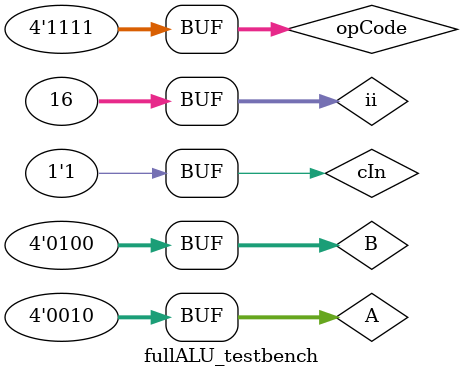
<source format=v>
`timescale 1ns / 1ps


module fullALU_testbench(

    );
    
    reg[3:0] A, B, opCode;
    reg cIn;
    
    wire[3:0] finalResult;
    wire cOut;
    
    fullALU full(.A(A),.B(B),.opCode(opCode),.cIn(cIn),.finalResult(finalResult),.cOut(cOut));
    
    // To easily loop through all sixteen operations
    integer ii;
    initial
    begin
    
    // Addition
    opCode = 4'b1010;
    A = 1;
    B = 3; // 1 + 3 = 4
    cIn = 0;
    #10;
    cIn = 1;
    A = 7;
    B = 7; // 7 + 7 + 1 = 15
    
    // Substraction
    #10;
    opCode = 4'b1011;
    B = 4; // 8 - 4 = 4
    #10;
    A = 2; // 2 - 4 = -2
    #10;
    
    // Loop through all operations
    for (ii = 0; ii < 16; ii = ii + 1) begin
        opCode = ii;
        #10;
    end
    
    end
    
endmodule

</source>
